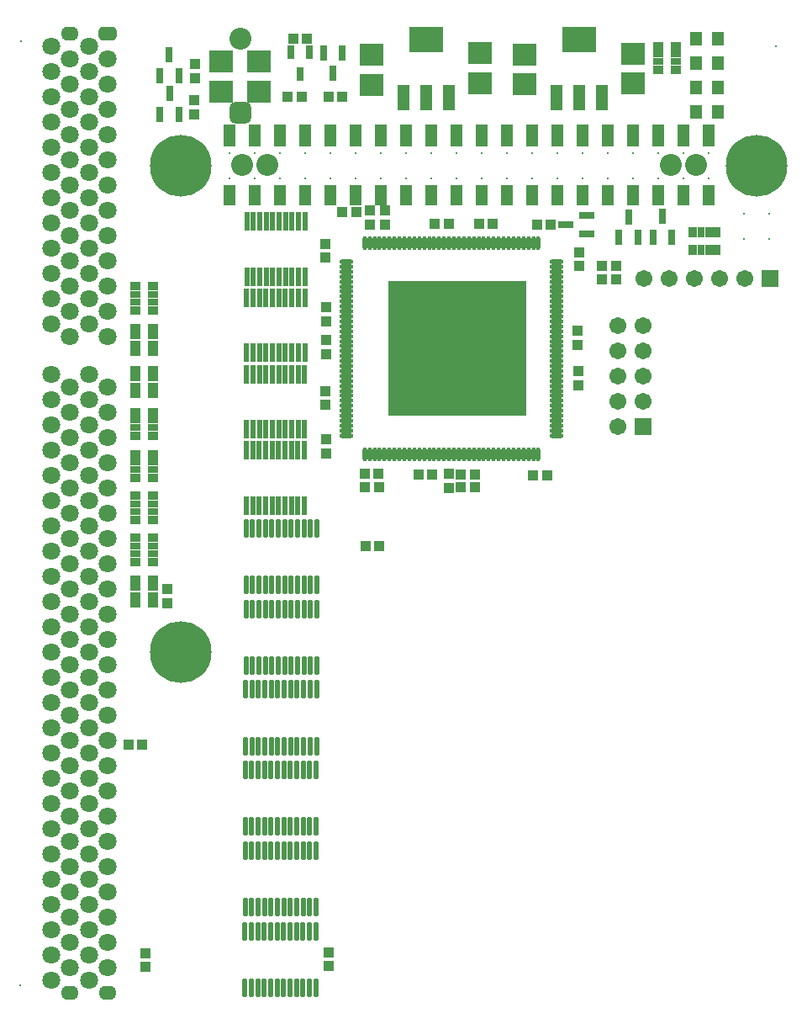
<source format=gts>
G04*
G04 #@! TF.GenerationSoftware,Altium Limited,Altium Designer,22.6.1 (34)*
G04*
G04 Layer_Color=8388736*
%FSLAX25Y25*%
%MOIN*%
G70*
G04*
G04 #@! TF.SameCoordinates,5882E60C-0619-4AF0-9705-53F345807C1B*
G04*
G04*
G04 #@! TF.FilePolarity,Negative*
G04*
G01*
G75*
%ADD34R,0.55022X0.53784*%
%ADD35O,0.01784X0.05524*%
%ADD36O,0.05524X0.01784*%
%ADD37O,0.02178X0.07493*%
%ADD38R,0.09461X0.08674*%
%ADD39R,0.13792X0.10249*%
%ADD40R,0.04737X0.10249*%
%ADD41R,0.04816X0.08674*%
%ADD42R,0.04816X0.07887*%
%ADD43R,0.03162X0.05328*%
%ADD44R,0.05918X0.03162*%
%ADD45R,0.03950X0.04343*%
%ADD46R,0.03162X0.05918*%
%ADD47R,0.03950X0.03359*%
%ADD48R,0.03950X0.02769*%
%ADD49R,0.04737X0.05721*%
%ADD50R,0.04343X0.03950*%
%ADD51R,0.01981X0.07296*%
%ADD52R,0.03359X0.03950*%
%ADD53R,0.02769X0.03950*%
%ADD54O,0.07099X0.05524*%
%ADD55C,0.07099*%
G04:AMPARAMS|DCode=56|XSize=55.24mil|YSize=70.99mil|CornerRadius=15.81mil|HoleSize=0mil|Usage=FLASHONLY|Rotation=90.000|XOffset=0mil|YOffset=0mil|HoleType=Round|Shape=RoundedRectangle|*
%AMROUNDEDRECTD56*
21,1,0.05524,0.03937,0,0,90.0*
21,1,0.02362,0.07099,0,0,90.0*
1,1,0.03162,0.01968,0.01181*
1,1,0.03162,0.01968,-0.01181*
1,1,0.03162,-0.01968,-0.01181*
1,1,0.03162,-0.01968,0.01181*
%
%ADD56ROUNDEDRECTD56*%
%ADD57R,0.06706X0.06706*%
%ADD58C,0.06706*%
%ADD59C,0.08674*%
%ADD60C,0.00800*%
%ADD61C,0.08674*%
%ADD62R,0.06706X0.06706*%
%ADD63C,0.24422*%
G04:AMPARAMS|DCode=64|XSize=86.74mil|YSize=86.74mil|CornerRadius=23.68mil|HoleSize=0mil|Usage=FLASHONLY|Rotation=0.000|XOffset=0mil|YOffset=0mil|HoleType=Round|Shape=RoundedRectangle|*
%AMROUNDEDRECTD64*
21,1,0.08674,0.03937,0,0,0.0*
21,1,0.03937,0.08674,0,0,0.0*
1,1,0.04737,0.01968,-0.01968*
1,1,0.04737,-0.01968,-0.01968*
1,1,0.04737,-0.01968,0.01968*
1,1,0.04737,0.01968,0.01968*
%
%ADD64ROUNDEDRECTD64*%
D34*
X225048Y260148D02*
D03*
D35*
X257313Y301882D02*
D03*
X255345D02*
D03*
X253376D02*
D03*
X251408D02*
D03*
X249439D02*
D03*
X247471D02*
D03*
X245502D02*
D03*
X243534D02*
D03*
X241565D02*
D03*
X239597D02*
D03*
X237628D02*
D03*
X235660D02*
D03*
X233691D02*
D03*
X231723D02*
D03*
X229754D02*
D03*
X227786D02*
D03*
X225817D02*
D03*
X223849D02*
D03*
X221880D02*
D03*
X219912D02*
D03*
X217943D02*
D03*
X215975D02*
D03*
X214006D02*
D03*
X212038D02*
D03*
X210069D02*
D03*
X208101D02*
D03*
X206132D02*
D03*
X204164D02*
D03*
X202195D02*
D03*
X200226D02*
D03*
X198258D02*
D03*
X196290D02*
D03*
X194321D02*
D03*
X192352D02*
D03*
X190384D02*
D03*
X188416D02*
D03*
Y218418D02*
D03*
X190384D02*
D03*
X192352D02*
D03*
X194321D02*
D03*
X196290D02*
D03*
X198258D02*
D03*
X200226D02*
D03*
X202195D02*
D03*
X204164D02*
D03*
X206132D02*
D03*
X208101D02*
D03*
X210069D02*
D03*
X212038D02*
D03*
X214006D02*
D03*
X215975D02*
D03*
X217943D02*
D03*
X219912D02*
D03*
X221880D02*
D03*
X223849Y218418D02*
D03*
X225817Y218418D02*
D03*
X227786D02*
D03*
X229754D02*
D03*
X231723D02*
D03*
X233691D02*
D03*
X235660D02*
D03*
X237628D02*
D03*
X239597D02*
D03*
X241565D02*
D03*
X243534D02*
D03*
X245502D02*
D03*
X247471D02*
D03*
X249439D02*
D03*
X251408D02*
D03*
X253376D02*
D03*
X255345D02*
D03*
X257313D02*
D03*
D36*
X181132Y294599D02*
D03*
Y292630D02*
D03*
Y290662D02*
D03*
Y288693D02*
D03*
Y286725D02*
D03*
Y284756D02*
D03*
Y282788D02*
D03*
Y280819D02*
D03*
Y278851D02*
D03*
Y276882D02*
D03*
Y274914D02*
D03*
Y272945D02*
D03*
Y270977D02*
D03*
Y269008D02*
D03*
Y267040D02*
D03*
Y265071D02*
D03*
Y263103D02*
D03*
X181132Y261134D02*
D03*
X181132Y259166D02*
D03*
Y257197D02*
D03*
Y255229D02*
D03*
Y253260D02*
D03*
Y251292D02*
D03*
Y249323D02*
D03*
Y247355D02*
D03*
Y245386D02*
D03*
Y243418D02*
D03*
Y241449D02*
D03*
Y239481D02*
D03*
Y237512D02*
D03*
Y235544D02*
D03*
Y233575D02*
D03*
Y231607D02*
D03*
Y229638D02*
D03*
Y227670D02*
D03*
Y225701D02*
D03*
X264597D02*
D03*
Y227670D02*
D03*
Y229638D02*
D03*
Y231607D02*
D03*
Y233575D02*
D03*
Y235544D02*
D03*
Y237512D02*
D03*
Y239481D02*
D03*
Y241449D02*
D03*
Y243418D02*
D03*
Y245386D02*
D03*
Y247355D02*
D03*
Y249323D02*
D03*
Y251292D02*
D03*
Y253260D02*
D03*
Y255229D02*
D03*
Y257197D02*
D03*
Y259166D02*
D03*
Y261134D02*
D03*
Y263103D02*
D03*
Y265071D02*
D03*
Y267040D02*
D03*
Y269008D02*
D03*
Y270977D02*
D03*
Y272945D02*
D03*
Y274914D02*
D03*
Y276882D02*
D03*
Y278851D02*
D03*
Y280819D02*
D03*
Y282788D02*
D03*
Y284756D02*
D03*
Y286725D02*
D03*
Y288693D02*
D03*
Y290662D02*
D03*
Y292630D02*
D03*
Y294599D02*
D03*
D37*
X169094Y29349D02*
D03*
X166535Y29349D02*
D03*
X163976Y29349D02*
D03*
X161417Y29349D02*
D03*
X158858Y29349D02*
D03*
X156299D02*
D03*
X153740D02*
D03*
X151181D02*
D03*
X148622D02*
D03*
X146063D02*
D03*
X143504D02*
D03*
X140945D02*
D03*
X169094Y6908D02*
D03*
X166535Y6908D02*
D03*
X163976Y6908D02*
D03*
X161417Y6908D02*
D03*
X158858Y6908D02*
D03*
X156299D02*
D03*
X153740D02*
D03*
X151181D02*
D03*
X148622D02*
D03*
X146063D02*
D03*
X143504D02*
D03*
X140945D02*
D03*
X141021Y38978D02*
D03*
X143580D02*
D03*
X146139D02*
D03*
X148698D02*
D03*
X151257D02*
D03*
X153816D02*
D03*
X156375D02*
D03*
X158934D02*
D03*
X161494Y38978D02*
D03*
X164053Y38978D02*
D03*
X166612Y38978D02*
D03*
X169171Y38978D02*
D03*
X141021Y61418D02*
D03*
X143580D02*
D03*
X146139D02*
D03*
X148698D02*
D03*
X151257D02*
D03*
X153816D02*
D03*
X156375D02*
D03*
X158934D02*
D03*
X161494Y61418D02*
D03*
X164053Y61418D02*
D03*
X166612Y61418D02*
D03*
X169171Y61418D02*
D03*
X141021Y70894D02*
D03*
X143580D02*
D03*
X146139D02*
D03*
X148698D02*
D03*
X151257D02*
D03*
X153816D02*
D03*
X156375D02*
D03*
X158934D02*
D03*
X161494Y70894D02*
D03*
X164053Y70894D02*
D03*
X166612Y70894D02*
D03*
X169171Y70894D02*
D03*
X141021Y93335D02*
D03*
X143580D02*
D03*
X146139D02*
D03*
X148698D02*
D03*
X151257D02*
D03*
X153816D02*
D03*
X156375D02*
D03*
X158934D02*
D03*
X161494Y93335D02*
D03*
X164053Y93335D02*
D03*
X166612Y93335D02*
D03*
X169171Y93335D02*
D03*
X141197Y102738D02*
D03*
X143756D02*
D03*
X146315D02*
D03*
X148874D02*
D03*
X151433D02*
D03*
X153992D02*
D03*
X156551D02*
D03*
X159110D02*
D03*
X161670Y102738D02*
D03*
X164229Y102738D02*
D03*
X166788Y102738D02*
D03*
X169347Y102738D02*
D03*
X141197Y125179D02*
D03*
X143756D02*
D03*
X146315D02*
D03*
X148874D02*
D03*
X151433D02*
D03*
X153992D02*
D03*
X156551D02*
D03*
X159110D02*
D03*
X161670Y125179D02*
D03*
X164229Y125179D02*
D03*
X166788Y125179D02*
D03*
X169347Y125179D02*
D03*
X141386Y134484D02*
D03*
X143945D02*
D03*
X146504D02*
D03*
X149063D02*
D03*
X151622D02*
D03*
X154181D02*
D03*
X156740D02*
D03*
X159299D02*
D03*
X161858Y134484D02*
D03*
X164418Y134484D02*
D03*
X166976Y134484D02*
D03*
X169536Y134484D02*
D03*
X141386Y156925D02*
D03*
X143945D02*
D03*
X146504D02*
D03*
X149063D02*
D03*
X151622D02*
D03*
X154181D02*
D03*
X156740D02*
D03*
X159299D02*
D03*
X161858Y156925D02*
D03*
X164418Y156925D02*
D03*
X166976Y156925D02*
D03*
X169536Y156925D02*
D03*
X141394Y166625D02*
D03*
X143953D02*
D03*
X146512D02*
D03*
X149071D02*
D03*
X151630D02*
D03*
X154189D02*
D03*
X156748D02*
D03*
X159307D02*
D03*
X161866Y166625D02*
D03*
X164425Y166625D02*
D03*
X166984Y166625D02*
D03*
X169544Y166625D02*
D03*
X141394Y189066D02*
D03*
X143953D02*
D03*
X146512D02*
D03*
X149071D02*
D03*
X151630D02*
D03*
X154189D02*
D03*
X156748D02*
D03*
X159307D02*
D03*
X161866Y189066D02*
D03*
X164425Y189066D02*
D03*
X166984Y189066D02*
D03*
X169544Y189066D02*
D03*
D38*
X191334Y376572D02*
D03*
Y364761D02*
D03*
X294940Y377029D02*
D03*
Y365218D02*
D03*
X251920Y364848D02*
D03*
Y376659D02*
D03*
X234224Y377133D02*
D03*
Y365322D02*
D03*
X146500Y373905D02*
D03*
Y362094D02*
D03*
X131500Y373905D02*
D03*
Y362094D02*
D03*
D39*
X212870Y382474D02*
D03*
X273560Y382559D02*
D03*
D40*
X221925Y359639D02*
D03*
X212870D02*
D03*
X203815D02*
D03*
X264505Y359725D02*
D03*
X273560D02*
D03*
X282615D02*
D03*
D41*
X244825Y344595D02*
D03*
X254825D02*
D03*
X264825D02*
D03*
X274825D02*
D03*
X284825D02*
D03*
X294825D02*
D03*
X304825D02*
D03*
X314825D02*
D03*
X324825Y344595D02*
D03*
X144825Y344595D02*
D03*
X134825D02*
D03*
X154825D02*
D03*
X164825D02*
D03*
X174825D02*
D03*
X184825D02*
D03*
X194825D02*
D03*
X204825D02*
D03*
X214825D02*
D03*
X224825D02*
D03*
X234825D02*
D03*
D42*
X164825Y320972D02*
D03*
X244825D02*
D03*
X234825D02*
D03*
X224825D02*
D03*
X214825D02*
D03*
X204825D02*
D03*
X194825D02*
D03*
X184825D02*
D03*
X174825D02*
D03*
X324825Y320972D02*
D03*
X314825Y320972D02*
D03*
X304825D02*
D03*
X284825D02*
D03*
X274825D02*
D03*
X264825D02*
D03*
X254825D02*
D03*
X294825D02*
D03*
X134825D02*
D03*
X144825D02*
D03*
X154825D02*
D03*
D43*
X166600Y377707D02*
D03*
X159120D02*
D03*
X162860Y368848D02*
D03*
D44*
X276553Y305486D02*
D03*
Y312966D02*
D03*
X268285Y309226D02*
D03*
D45*
X233744Y309500D02*
D03*
X239256D02*
D03*
X100265Y103289D02*
D03*
X94753D02*
D03*
X288078Y293036D02*
D03*
X282567D02*
D03*
X288028Y287557D02*
D03*
X282517D02*
D03*
X188537Y205416D02*
D03*
X194049D02*
D03*
X262255Y309246D02*
D03*
X256743D02*
D03*
X179573Y314218D02*
D03*
X185085D02*
D03*
X179577Y359968D02*
D03*
X174065D02*
D03*
X163450Y359924D02*
D03*
X157938D02*
D03*
X165582Y383029D02*
D03*
X160070D02*
D03*
X232150Y210257D02*
D03*
X226638D02*
D03*
X232131Y205236D02*
D03*
X226619D02*
D03*
X255244Y210000D02*
D03*
X260756D02*
D03*
X188451Y210619D02*
D03*
X193963D02*
D03*
X216319Y309487D02*
D03*
X221831D02*
D03*
X188813Y181871D02*
D03*
X194325D02*
D03*
X215210Y210422D02*
D03*
X209698D02*
D03*
D46*
X107304Y352868D02*
D03*
X114785D02*
D03*
X111045Y361136D02*
D03*
X107216Y368233D02*
D03*
X114696D02*
D03*
X110956Y376501D02*
D03*
X289280Y304160D02*
D03*
X296760D02*
D03*
X293020Y312428D02*
D03*
X302772Y304280D02*
D03*
X310253D02*
D03*
X306512Y312548D02*
D03*
X175849Y369161D02*
D03*
X172109Y377429D02*
D03*
X179590D02*
D03*
D47*
X311968Y370649D02*
D03*
X304882Y370650D02*
D03*
X311969Y380097D02*
D03*
X304882Y380098D02*
D03*
X97447Y168608D02*
D03*
X104533Y168608D02*
D03*
X97446Y159160D02*
D03*
X104533Y159160D02*
D03*
X97457Y185224D02*
D03*
X104544Y185224D02*
D03*
X97456Y175776D02*
D03*
X104543Y175776D02*
D03*
X97447Y201893D02*
D03*
X104533Y201892D02*
D03*
X97446Y192445D02*
D03*
X104533Y192445D02*
D03*
X97447Y251728D02*
D03*
X104533Y251728D02*
D03*
X97446Y242280D02*
D03*
X104533Y242280D02*
D03*
X97447Y268314D02*
D03*
X104533Y268313D02*
D03*
X97446Y258865D02*
D03*
X104533Y258865D02*
D03*
X97447Y218444D02*
D03*
X104533Y218444D02*
D03*
X97446Y208996D02*
D03*
X104533Y208996D02*
D03*
X97447Y284878D02*
D03*
X104533Y284878D02*
D03*
X97446Y275430D02*
D03*
X104533Y275430D02*
D03*
X97447Y235091D02*
D03*
X104533Y235091D02*
D03*
X97446Y225643D02*
D03*
X104533Y225643D02*
D03*
D48*
X311968Y373798D02*
D03*
X304882Y373798D02*
D03*
X311968Y376948D02*
D03*
X304882Y376948D02*
D03*
X97447Y165460D02*
D03*
X104533Y165459D02*
D03*
X97447Y162310D02*
D03*
X104533Y162309D02*
D03*
X97457Y182075D02*
D03*
X104543Y182075D02*
D03*
X97457Y178925D02*
D03*
X104543Y178925D02*
D03*
X97447Y198744D02*
D03*
X104533Y198743D02*
D03*
X97447Y195594D02*
D03*
X104533Y195594D02*
D03*
X97447Y248579D02*
D03*
X104533Y248579D02*
D03*
X97447Y245429D02*
D03*
X104533Y245429D02*
D03*
X97447Y265164D02*
D03*
X104533Y265164D02*
D03*
X97447Y262015D02*
D03*
X104533Y262014D02*
D03*
X97447Y215295D02*
D03*
X104533Y215295D02*
D03*
X97447Y212145D02*
D03*
X104533Y212145D02*
D03*
X97447Y281729D02*
D03*
X104533Y281729D02*
D03*
X97447Y278579D02*
D03*
X104533Y278579D02*
D03*
X97447Y231942D02*
D03*
X104533Y231942D02*
D03*
X97447Y228792D02*
D03*
X104533Y228792D02*
D03*
D49*
X319963Y353891D02*
D03*
X328624D02*
D03*
X319963Y363640D02*
D03*
X328624D02*
D03*
X319963Y373283D02*
D03*
X328624D02*
D03*
X319963Y382945D02*
D03*
X328624D02*
D03*
D50*
X120799Y358565D02*
D03*
Y353053D02*
D03*
X121057Y372792D02*
D03*
Y367280D02*
D03*
X196368Y309287D02*
D03*
Y314799D02*
D03*
X190512Y314817D02*
D03*
Y309305D02*
D03*
X221840Y210603D02*
D03*
Y205091D02*
D03*
X273000Y267256D02*
D03*
Y261744D02*
D03*
X173190Y271081D02*
D03*
Y276593D02*
D03*
X110113Y159445D02*
D03*
Y164957D02*
D03*
X101500Y15244D02*
D03*
Y20756D02*
D03*
X273400Y292839D02*
D03*
Y298351D02*
D03*
X174112Y15535D02*
D03*
Y21046D02*
D03*
X273039Y251278D02*
D03*
Y245766D02*
D03*
X173110Y224214D02*
D03*
Y218702D02*
D03*
X172999Y243421D02*
D03*
Y237909D02*
D03*
X173032Y263573D02*
D03*
Y258062D02*
D03*
X173000Y301756D02*
D03*
Y296244D02*
D03*
D51*
X164681Y280372D02*
D03*
X162122D02*
D03*
X159563D02*
D03*
X157004D02*
D03*
X154445D02*
D03*
X151886D02*
D03*
X149327D02*
D03*
X146768D02*
D03*
X144209D02*
D03*
X141649D02*
D03*
X164681Y258522D02*
D03*
X162122D02*
D03*
X159563D02*
D03*
X157004D02*
D03*
X154445D02*
D03*
X151886D02*
D03*
X149327D02*
D03*
X146768D02*
D03*
X144209D02*
D03*
X141649D02*
D03*
X164537Y219904D02*
D03*
X161978D02*
D03*
X159419D02*
D03*
X156860D02*
D03*
X154301D02*
D03*
X151742D02*
D03*
X149183D02*
D03*
X146624D02*
D03*
X144065D02*
D03*
X141506D02*
D03*
X164537Y198054D02*
D03*
X161978D02*
D03*
X159419D02*
D03*
X156860D02*
D03*
X154301D02*
D03*
X151742D02*
D03*
X149183D02*
D03*
X146624D02*
D03*
X144065D02*
D03*
X141506D02*
D03*
X164609Y250102D02*
D03*
X162050D02*
D03*
X159491D02*
D03*
X156932D02*
D03*
X154373D02*
D03*
X151814D02*
D03*
X149255D02*
D03*
X146696D02*
D03*
X144137D02*
D03*
X141577D02*
D03*
X164609Y228252D02*
D03*
X162050D02*
D03*
X159491D02*
D03*
X156932D02*
D03*
X154373D02*
D03*
X151814D02*
D03*
X149255D02*
D03*
X146696D02*
D03*
X144137D02*
D03*
X141577D02*
D03*
X141677Y288727D02*
D03*
X144236D02*
D03*
X146795D02*
D03*
X149354D02*
D03*
X151913D02*
D03*
X154472D02*
D03*
X157031D02*
D03*
X159590D02*
D03*
X162150D02*
D03*
X164709D02*
D03*
X141677Y310577D02*
D03*
X144236D02*
D03*
X146795D02*
D03*
X149354D02*
D03*
X151913D02*
D03*
X154472D02*
D03*
X157031D02*
D03*
X159590D02*
D03*
X162150D02*
D03*
X164709D02*
D03*
D52*
X318533Y299347D02*
D03*
X318533Y306434D02*
D03*
X327981Y299347D02*
D03*
X327981Y306433D02*
D03*
D53*
X321682Y299347D02*
D03*
X321682Y306433D02*
D03*
X324832Y299347D02*
D03*
X324832Y306433D02*
D03*
D54*
X86614Y5039D02*
D03*
X71653Y385039D02*
D03*
Y5039D02*
D03*
D55*
Y325039D02*
D03*
X86614D02*
D03*
X64173Y330039D02*
D03*
X79134D02*
D03*
X71653Y335039D02*
D03*
X86614D02*
D03*
X64173Y340039D02*
D03*
X79134D02*
D03*
X71653Y345039D02*
D03*
X86614D02*
D03*
X64173Y350039D02*
D03*
X79134D02*
D03*
X71653Y355039D02*
D03*
X86614D02*
D03*
X64173Y360039D02*
D03*
X79134D02*
D03*
X71653Y365039D02*
D03*
X86614D02*
D03*
X64173Y370039D02*
D03*
X79134D02*
D03*
X71653Y375039D02*
D03*
X86614D02*
D03*
X64173Y380039D02*
D03*
X79134D02*
D03*
X71653Y155039D02*
D03*
X86614D02*
D03*
X64173Y160039D02*
D03*
X79134D02*
D03*
X71653Y165039D02*
D03*
X86614D02*
D03*
X64173Y170039D02*
D03*
X79134D02*
D03*
X71653Y175039D02*
D03*
X86614D02*
D03*
X64173Y180039D02*
D03*
X79134D02*
D03*
X71653Y185039D02*
D03*
X86614D02*
D03*
X64173Y190039D02*
D03*
X79134D02*
D03*
X71653Y195039D02*
D03*
X86614D02*
D03*
X64173Y200039D02*
D03*
X79134D02*
D03*
X71653Y205039D02*
D03*
X86614D02*
D03*
X64173Y210039D02*
D03*
X79134D02*
D03*
X71653Y215039D02*
D03*
X86614D02*
D03*
X64173Y220039D02*
D03*
X79134D02*
D03*
X71653Y225039D02*
D03*
X86614D02*
D03*
X64173Y230039D02*
D03*
X79134D02*
D03*
X71653Y235039D02*
D03*
X86614D02*
D03*
X64173Y240039D02*
D03*
X79134D02*
D03*
X71653Y245039D02*
D03*
X86614D02*
D03*
X64173Y250039D02*
D03*
X79134D02*
D03*
X71653Y265039D02*
D03*
X86614D02*
D03*
X64173Y270039D02*
D03*
X79134D02*
D03*
X71653Y275039D02*
D03*
X86614D02*
D03*
X64173Y280039D02*
D03*
X79134D02*
D03*
X71653Y285039D02*
D03*
X86614D02*
D03*
X64173Y290039D02*
D03*
X79134D02*
D03*
X71653Y295039D02*
D03*
X86614D02*
D03*
X64173Y300039D02*
D03*
X79134D02*
D03*
X71653Y305039D02*
D03*
X86614D02*
D03*
X64173Y310039D02*
D03*
X79134D02*
D03*
X71653Y315039D02*
D03*
X86614D02*
D03*
X64173Y320039D02*
D03*
X79134D02*
D03*
X64173Y10039D02*
D03*
X79134D02*
D03*
X71653Y15039D02*
D03*
X86614D02*
D03*
X64173Y20039D02*
D03*
X79134D02*
D03*
X71653Y25039D02*
D03*
X86614D02*
D03*
X64173Y30039D02*
D03*
X79134D02*
D03*
X71653Y35039D02*
D03*
X86614D02*
D03*
X64173Y40039D02*
D03*
X79134D02*
D03*
X71653Y45039D02*
D03*
X86614D02*
D03*
X64173Y50039D02*
D03*
X79134D02*
D03*
X71653Y55039D02*
D03*
X86614D02*
D03*
X64173Y60039D02*
D03*
X79134D02*
D03*
X71653Y65039D02*
D03*
X86614D02*
D03*
X64173Y70039D02*
D03*
X79134D02*
D03*
X71653Y75039D02*
D03*
X86614D02*
D03*
X64173Y80039D02*
D03*
X79134D02*
D03*
X71653Y85039D02*
D03*
X86614D02*
D03*
X64173Y90039D02*
D03*
X79134D02*
D03*
X71653Y95039D02*
D03*
X86614D02*
D03*
X64173Y100039D02*
D03*
X79134D02*
D03*
X71653Y105039D02*
D03*
X86614D02*
D03*
X64173Y110039D02*
D03*
X79134D02*
D03*
X71653Y115039D02*
D03*
X86614D02*
D03*
X64173Y120039D02*
D03*
X79134D02*
D03*
X71653Y125039D02*
D03*
X86614D02*
D03*
X64173Y130039D02*
D03*
X79134D02*
D03*
X71653Y135039D02*
D03*
X86614D02*
D03*
X64173Y140039D02*
D03*
X79134D02*
D03*
X71653Y145039D02*
D03*
X86614D02*
D03*
X64173Y150039D02*
D03*
X79134D02*
D03*
D56*
X86614Y385039D02*
D03*
D57*
X298837Y229130D02*
D03*
D58*
X288837D02*
D03*
X298837Y239130D02*
D03*
X288837D02*
D03*
X298837Y249130D02*
D03*
X288837D02*
D03*
X298837Y259130D02*
D03*
X288837D02*
D03*
X298837Y269130D02*
D03*
X288837D02*
D03*
X339120Y287952D02*
D03*
X329120D02*
D03*
X319120D02*
D03*
X309120D02*
D03*
X299120D02*
D03*
D59*
X149825Y332783D02*
D03*
X309825D02*
D03*
D60*
X324830Y337740D02*
D03*
X134745Y327735D02*
D03*
X134830Y337740D02*
D03*
X144830D02*
D03*
Y327740D02*
D03*
X154830D02*
D03*
Y337740D02*
D03*
X164830D02*
D03*
Y327740D02*
D03*
X174830D02*
D03*
Y337740D02*
D03*
X184830D02*
D03*
Y327740D02*
D03*
X194830D02*
D03*
Y337740D02*
D03*
X204830D02*
D03*
Y327740D02*
D03*
X214830D02*
D03*
Y337740D02*
D03*
X224830D02*
D03*
Y327740D02*
D03*
X234830D02*
D03*
Y337740D02*
D03*
X244830D02*
D03*
Y327740D02*
D03*
X254830Y337740D02*
D03*
Y327740D02*
D03*
X264830D02*
D03*
Y337740D02*
D03*
X274830D02*
D03*
Y327740D02*
D03*
X284830D02*
D03*
Y337740D02*
D03*
X294830D02*
D03*
Y327740D02*
D03*
X304830D02*
D03*
Y337740D02*
D03*
X314830D02*
D03*
Y327740D02*
D03*
X324830D02*
D03*
X351483Y380095D02*
D03*
X52022Y382031D02*
D03*
X338943Y313546D02*
D03*
X338966Y303567D02*
D03*
X348966D02*
D03*
Y313567D02*
D03*
X51859Y7937D02*
D03*
D61*
X139825Y332783D02*
D03*
X319825D02*
D03*
X139091Y382804D02*
D03*
D62*
X349120Y287952D02*
D03*
D63*
X115620Y139827D02*
D03*
Y332740D02*
D03*
X343966D02*
D03*
D64*
X139235Y353462D02*
D03*
M02*

</source>
